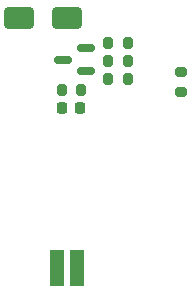
<source format=gbp>
G04 #@! TF.GenerationSoftware,KiCad,Pcbnew,7.0.5-0*
G04 #@! TF.CreationDate,2024-01-10T22:08:28+09:00*
G04 #@! TF.ProjectId,Misawa_DistanceSensor,4d697361-7761-45f4-9469-7374616e6365,v0.3*
G04 #@! TF.SameCoordinates,Original*
G04 #@! TF.FileFunction,Paste,Bot*
G04 #@! TF.FilePolarity,Positive*
%FSLAX46Y46*%
G04 Gerber Fmt 4.6, Leading zero omitted, Abs format (unit mm)*
G04 Created by KiCad (PCBNEW 7.0.5-0) date 2024-01-10 22:08:28*
%MOMM*%
%LPD*%
G01*
G04 APERTURE LIST*
G04 Aperture macros list*
%AMRoundRect*
0 Rectangle with rounded corners*
0 $1 Rounding radius*
0 $2 $3 $4 $5 $6 $7 $8 $9 X,Y pos of 4 corners*
0 Add a 4 corners polygon primitive as box body*
4,1,4,$2,$3,$4,$5,$6,$7,$8,$9,$2,$3,0*
0 Add four circle primitives for the rounded corners*
1,1,$1+$1,$2,$3*
1,1,$1+$1,$4,$5*
1,1,$1+$1,$6,$7*
1,1,$1+$1,$8,$9*
0 Add four rect primitives between the rounded corners*
20,1,$1+$1,$2,$3,$4,$5,0*
20,1,$1+$1,$4,$5,$6,$7,0*
20,1,$1+$1,$6,$7,$8,$9,0*
20,1,$1+$1,$8,$9,$2,$3,0*%
G04 Aperture macros list end*
%ADD10RoundRect,0.200000X-0.200000X-0.275000X0.200000X-0.275000X0.200000X0.275000X-0.200000X0.275000X0*%
%ADD11RoundRect,0.225000X-0.225000X-0.250000X0.225000X-0.250000X0.225000X0.250000X-0.225000X0.250000X0*%
%ADD12RoundRect,0.250000X-1.000000X-0.650000X1.000000X-0.650000X1.000000X0.650000X-1.000000X0.650000X0*%
%ADD13RoundRect,0.200000X0.200000X0.275000X-0.200000X0.275000X-0.200000X-0.275000X0.200000X-0.275000X0*%
%ADD14RoundRect,0.200000X-0.275000X0.200000X-0.275000X-0.200000X0.275000X-0.200000X0.275000X0.200000X0*%
%ADD15RoundRect,0.150000X0.587500X0.150000X-0.587500X0.150000X-0.587500X-0.150000X0.587500X-0.150000X0*%
%ADD16R,1.250000X3.050000*%
G04 APERTURE END LIST*
D10*
X120193000Y-114458000D03*
X121843000Y-114458000D03*
X120193000Y-112934000D03*
X121843000Y-112934000D03*
X116256000Y-115347000D03*
X117906000Y-115347000D03*
D11*
X116293000Y-116871000D03*
X117843000Y-116871000D03*
D12*
X112668000Y-109251000D03*
X116668000Y-109251000D03*
D13*
X121843000Y-111410000D03*
X120193000Y-111410000D03*
D14*
X126352000Y-113887000D03*
X126352000Y-115537000D03*
D15*
X118272500Y-111857000D03*
X118272500Y-113757000D03*
X116397500Y-112807000D03*
D16*
X117575000Y-130457000D03*
X115825000Y-130457000D03*
M02*

</source>
